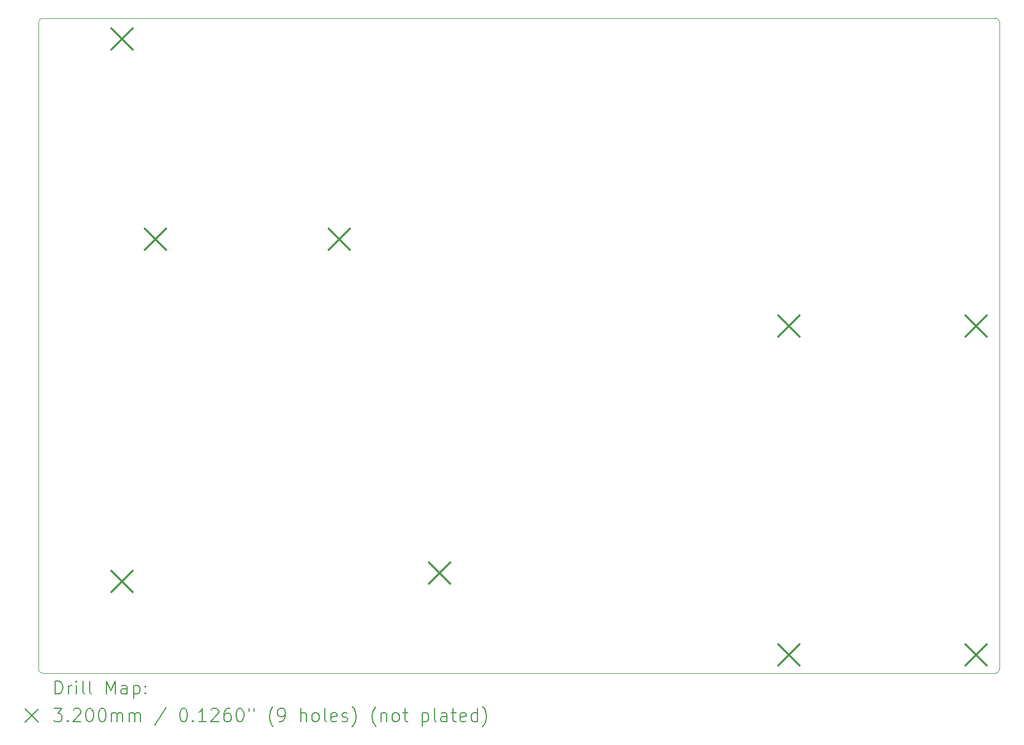
<source format=gbr>
%TF.GenerationSoftware,KiCad,Pcbnew,6.0.9-8da3e8f707~116~ubuntu20.04.1*%
%TF.CreationDate,2023-03-28T19:05:30+02:00*%
%TF.ProjectId,six_to_six_control,7369785f-746f-45f7-9369-785f636f6e74,rev?*%
%TF.SameCoordinates,Original*%
%TF.FileFunction,Drillmap*%
%TF.FilePolarity,Positive*%
%FSLAX45Y45*%
G04 Gerber Fmt 4.5, Leading zero omitted, Abs format (unit mm)*
G04 Created by KiCad (PCBNEW 6.0.9-8da3e8f707~116~ubuntu20.04.1) date 2023-03-28 19:05:30*
%MOMM*%
%LPD*%
G01*
G04 APERTURE LIST*
%ADD10C,0.100000*%
%ADD11C,0.200000*%
%ADD12C,0.320000*%
G04 APERTURE END LIST*
D10*
X7683500Y-3937000D02*
G75*
G03*
X7620000Y-4000500I0J-63500D01*
G01*
X22225000Y-4000500D02*
G75*
G03*
X22161500Y-3937000I-63500J0D01*
G01*
X22225000Y-13843000D02*
X22225000Y-4000500D01*
X7620000Y-4000500D02*
X7620000Y-13843000D01*
X7683500Y-13906500D02*
X22161500Y-13906500D01*
X22161500Y-13906500D02*
G75*
G03*
X22225000Y-13843000I0J63500D01*
G01*
X22161500Y-3937000D02*
X7683500Y-3937000D01*
X7620000Y-13843000D02*
G75*
G03*
X7683500Y-13906500I63500J0D01*
G01*
D11*
D12*
X8730000Y-4094500D02*
X9050000Y-4414500D01*
X9050000Y-4094500D02*
X8730000Y-4414500D01*
X8730000Y-12349500D02*
X9050000Y-12669500D01*
X9050000Y-12349500D02*
X8730000Y-12669500D01*
X9238000Y-7142500D02*
X9558000Y-7462500D01*
X9558000Y-7142500D02*
X9238000Y-7462500D01*
X12032000Y-7142500D02*
X12352000Y-7462500D01*
X12352000Y-7142500D02*
X12032000Y-7462500D01*
X13556000Y-12222500D02*
X13876000Y-12542500D01*
X13876000Y-12222500D02*
X13556000Y-12542500D01*
X18864600Y-8463300D02*
X19184600Y-8783300D01*
X19184600Y-8463300D02*
X18864600Y-8783300D01*
X18864600Y-13467100D02*
X19184600Y-13787100D01*
X19184600Y-13467100D02*
X18864600Y-13787100D01*
X21709400Y-8463300D02*
X22029400Y-8783300D01*
X22029400Y-8463300D02*
X21709400Y-8783300D01*
X21709400Y-13467100D02*
X22029400Y-13787100D01*
X22029400Y-13467100D02*
X21709400Y-13787100D01*
D11*
X7872619Y-14221976D02*
X7872619Y-14021976D01*
X7920238Y-14021976D01*
X7948809Y-14031500D01*
X7967857Y-14050548D01*
X7977381Y-14069595D01*
X7986905Y-14107690D01*
X7986905Y-14136262D01*
X7977381Y-14174357D01*
X7967857Y-14193405D01*
X7948809Y-14212452D01*
X7920238Y-14221976D01*
X7872619Y-14221976D01*
X8072619Y-14221976D02*
X8072619Y-14088643D01*
X8072619Y-14126738D02*
X8082143Y-14107690D01*
X8091667Y-14098167D01*
X8110714Y-14088643D01*
X8129762Y-14088643D01*
X8196428Y-14221976D02*
X8196428Y-14088643D01*
X8196428Y-14021976D02*
X8186905Y-14031500D01*
X8196428Y-14041024D01*
X8205952Y-14031500D01*
X8196428Y-14021976D01*
X8196428Y-14041024D01*
X8320238Y-14221976D02*
X8301190Y-14212452D01*
X8291667Y-14193405D01*
X8291667Y-14021976D01*
X8425000Y-14221976D02*
X8405952Y-14212452D01*
X8396429Y-14193405D01*
X8396429Y-14021976D01*
X8653571Y-14221976D02*
X8653571Y-14021976D01*
X8720238Y-14164833D01*
X8786905Y-14021976D01*
X8786905Y-14221976D01*
X8967857Y-14221976D02*
X8967857Y-14117214D01*
X8958333Y-14098167D01*
X8939286Y-14088643D01*
X8901190Y-14088643D01*
X8882143Y-14098167D01*
X8967857Y-14212452D02*
X8948810Y-14221976D01*
X8901190Y-14221976D01*
X8882143Y-14212452D01*
X8872619Y-14193405D01*
X8872619Y-14174357D01*
X8882143Y-14155309D01*
X8901190Y-14145786D01*
X8948810Y-14145786D01*
X8967857Y-14136262D01*
X9063095Y-14088643D02*
X9063095Y-14288643D01*
X9063095Y-14098167D02*
X9082143Y-14088643D01*
X9120238Y-14088643D01*
X9139286Y-14098167D01*
X9148810Y-14107690D01*
X9158333Y-14126738D01*
X9158333Y-14183881D01*
X9148810Y-14202928D01*
X9139286Y-14212452D01*
X9120238Y-14221976D01*
X9082143Y-14221976D01*
X9063095Y-14212452D01*
X9244048Y-14202928D02*
X9253571Y-14212452D01*
X9244048Y-14221976D01*
X9234524Y-14212452D01*
X9244048Y-14202928D01*
X9244048Y-14221976D01*
X9244048Y-14098167D02*
X9253571Y-14107690D01*
X9244048Y-14117214D01*
X9234524Y-14107690D01*
X9244048Y-14098167D01*
X9244048Y-14117214D01*
X7415000Y-14451500D02*
X7615000Y-14651500D01*
X7615000Y-14451500D02*
X7415000Y-14651500D01*
X7853571Y-14441976D02*
X7977381Y-14441976D01*
X7910714Y-14518167D01*
X7939286Y-14518167D01*
X7958333Y-14527690D01*
X7967857Y-14537214D01*
X7977381Y-14556262D01*
X7977381Y-14603881D01*
X7967857Y-14622928D01*
X7958333Y-14632452D01*
X7939286Y-14641976D01*
X7882143Y-14641976D01*
X7863095Y-14632452D01*
X7853571Y-14622928D01*
X8063095Y-14622928D02*
X8072619Y-14632452D01*
X8063095Y-14641976D01*
X8053571Y-14632452D01*
X8063095Y-14622928D01*
X8063095Y-14641976D01*
X8148809Y-14461024D02*
X8158333Y-14451500D01*
X8177381Y-14441976D01*
X8225000Y-14441976D01*
X8244048Y-14451500D01*
X8253571Y-14461024D01*
X8263095Y-14480071D01*
X8263095Y-14499119D01*
X8253571Y-14527690D01*
X8139286Y-14641976D01*
X8263095Y-14641976D01*
X8386905Y-14441976D02*
X8405952Y-14441976D01*
X8425000Y-14451500D01*
X8434524Y-14461024D01*
X8444048Y-14480071D01*
X8453571Y-14518167D01*
X8453571Y-14565786D01*
X8444048Y-14603881D01*
X8434524Y-14622928D01*
X8425000Y-14632452D01*
X8405952Y-14641976D01*
X8386905Y-14641976D01*
X8367857Y-14632452D01*
X8358333Y-14622928D01*
X8348809Y-14603881D01*
X8339286Y-14565786D01*
X8339286Y-14518167D01*
X8348809Y-14480071D01*
X8358333Y-14461024D01*
X8367857Y-14451500D01*
X8386905Y-14441976D01*
X8577381Y-14441976D02*
X8596429Y-14441976D01*
X8615476Y-14451500D01*
X8625000Y-14461024D01*
X8634524Y-14480071D01*
X8644048Y-14518167D01*
X8644048Y-14565786D01*
X8634524Y-14603881D01*
X8625000Y-14622928D01*
X8615476Y-14632452D01*
X8596429Y-14641976D01*
X8577381Y-14641976D01*
X8558333Y-14632452D01*
X8548810Y-14622928D01*
X8539286Y-14603881D01*
X8529762Y-14565786D01*
X8529762Y-14518167D01*
X8539286Y-14480071D01*
X8548810Y-14461024D01*
X8558333Y-14451500D01*
X8577381Y-14441976D01*
X8729762Y-14641976D02*
X8729762Y-14508643D01*
X8729762Y-14527690D02*
X8739286Y-14518167D01*
X8758333Y-14508643D01*
X8786905Y-14508643D01*
X8805952Y-14518167D01*
X8815476Y-14537214D01*
X8815476Y-14641976D01*
X8815476Y-14537214D02*
X8825000Y-14518167D01*
X8844048Y-14508643D01*
X8872619Y-14508643D01*
X8891667Y-14518167D01*
X8901190Y-14537214D01*
X8901190Y-14641976D01*
X8996429Y-14641976D02*
X8996429Y-14508643D01*
X8996429Y-14527690D02*
X9005952Y-14518167D01*
X9025000Y-14508643D01*
X9053571Y-14508643D01*
X9072619Y-14518167D01*
X9082143Y-14537214D01*
X9082143Y-14641976D01*
X9082143Y-14537214D02*
X9091667Y-14518167D01*
X9110714Y-14508643D01*
X9139286Y-14508643D01*
X9158333Y-14518167D01*
X9167857Y-14537214D01*
X9167857Y-14641976D01*
X9558333Y-14432452D02*
X9386905Y-14689595D01*
X9815476Y-14441976D02*
X9834524Y-14441976D01*
X9853571Y-14451500D01*
X9863095Y-14461024D01*
X9872619Y-14480071D01*
X9882143Y-14518167D01*
X9882143Y-14565786D01*
X9872619Y-14603881D01*
X9863095Y-14622928D01*
X9853571Y-14632452D01*
X9834524Y-14641976D01*
X9815476Y-14641976D01*
X9796429Y-14632452D01*
X9786905Y-14622928D01*
X9777381Y-14603881D01*
X9767857Y-14565786D01*
X9767857Y-14518167D01*
X9777381Y-14480071D01*
X9786905Y-14461024D01*
X9796429Y-14451500D01*
X9815476Y-14441976D01*
X9967857Y-14622928D02*
X9977381Y-14632452D01*
X9967857Y-14641976D01*
X9958333Y-14632452D01*
X9967857Y-14622928D01*
X9967857Y-14641976D01*
X10167857Y-14641976D02*
X10053571Y-14641976D01*
X10110714Y-14641976D02*
X10110714Y-14441976D01*
X10091667Y-14470548D01*
X10072619Y-14489595D01*
X10053571Y-14499119D01*
X10244048Y-14461024D02*
X10253571Y-14451500D01*
X10272619Y-14441976D01*
X10320238Y-14441976D01*
X10339286Y-14451500D01*
X10348810Y-14461024D01*
X10358333Y-14480071D01*
X10358333Y-14499119D01*
X10348810Y-14527690D01*
X10234524Y-14641976D01*
X10358333Y-14641976D01*
X10529762Y-14441976D02*
X10491667Y-14441976D01*
X10472619Y-14451500D01*
X10463095Y-14461024D01*
X10444048Y-14489595D01*
X10434524Y-14527690D01*
X10434524Y-14603881D01*
X10444048Y-14622928D01*
X10453571Y-14632452D01*
X10472619Y-14641976D01*
X10510714Y-14641976D01*
X10529762Y-14632452D01*
X10539286Y-14622928D01*
X10548810Y-14603881D01*
X10548810Y-14556262D01*
X10539286Y-14537214D01*
X10529762Y-14527690D01*
X10510714Y-14518167D01*
X10472619Y-14518167D01*
X10453571Y-14527690D01*
X10444048Y-14537214D01*
X10434524Y-14556262D01*
X10672619Y-14441976D02*
X10691667Y-14441976D01*
X10710714Y-14451500D01*
X10720238Y-14461024D01*
X10729762Y-14480071D01*
X10739286Y-14518167D01*
X10739286Y-14565786D01*
X10729762Y-14603881D01*
X10720238Y-14622928D01*
X10710714Y-14632452D01*
X10691667Y-14641976D01*
X10672619Y-14641976D01*
X10653571Y-14632452D01*
X10644048Y-14622928D01*
X10634524Y-14603881D01*
X10625000Y-14565786D01*
X10625000Y-14518167D01*
X10634524Y-14480071D01*
X10644048Y-14461024D01*
X10653571Y-14451500D01*
X10672619Y-14441976D01*
X10815476Y-14441976D02*
X10815476Y-14480071D01*
X10891667Y-14441976D02*
X10891667Y-14480071D01*
X11186905Y-14718167D02*
X11177381Y-14708643D01*
X11158333Y-14680071D01*
X11148810Y-14661024D01*
X11139286Y-14632452D01*
X11129762Y-14584833D01*
X11129762Y-14546738D01*
X11139286Y-14499119D01*
X11148810Y-14470548D01*
X11158333Y-14451500D01*
X11177381Y-14422928D01*
X11186905Y-14413405D01*
X11272619Y-14641976D02*
X11310714Y-14641976D01*
X11329762Y-14632452D01*
X11339286Y-14622928D01*
X11358333Y-14594357D01*
X11367857Y-14556262D01*
X11367857Y-14480071D01*
X11358333Y-14461024D01*
X11348809Y-14451500D01*
X11329762Y-14441976D01*
X11291667Y-14441976D01*
X11272619Y-14451500D01*
X11263095Y-14461024D01*
X11253571Y-14480071D01*
X11253571Y-14527690D01*
X11263095Y-14546738D01*
X11272619Y-14556262D01*
X11291667Y-14565786D01*
X11329762Y-14565786D01*
X11348809Y-14556262D01*
X11358333Y-14546738D01*
X11367857Y-14527690D01*
X11605952Y-14641976D02*
X11605952Y-14441976D01*
X11691667Y-14641976D02*
X11691667Y-14537214D01*
X11682143Y-14518167D01*
X11663095Y-14508643D01*
X11634524Y-14508643D01*
X11615476Y-14518167D01*
X11605952Y-14527690D01*
X11815476Y-14641976D02*
X11796428Y-14632452D01*
X11786905Y-14622928D01*
X11777381Y-14603881D01*
X11777381Y-14546738D01*
X11786905Y-14527690D01*
X11796428Y-14518167D01*
X11815476Y-14508643D01*
X11844048Y-14508643D01*
X11863095Y-14518167D01*
X11872619Y-14527690D01*
X11882143Y-14546738D01*
X11882143Y-14603881D01*
X11872619Y-14622928D01*
X11863095Y-14632452D01*
X11844048Y-14641976D01*
X11815476Y-14641976D01*
X11996428Y-14641976D02*
X11977381Y-14632452D01*
X11967857Y-14613405D01*
X11967857Y-14441976D01*
X12148809Y-14632452D02*
X12129762Y-14641976D01*
X12091667Y-14641976D01*
X12072619Y-14632452D01*
X12063095Y-14613405D01*
X12063095Y-14537214D01*
X12072619Y-14518167D01*
X12091667Y-14508643D01*
X12129762Y-14508643D01*
X12148809Y-14518167D01*
X12158333Y-14537214D01*
X12158333Y-14556262D01*
X12063095Y-14575309D01*
X12234524Y-14632452D02*
X12253571Y-14641976D01*
X12291667Y-14641976D01*
X12310714Y-14632452D01*
X12320238Y-14613405D01*
X12320238Y-14603881D01*
X12310714Y-14584833D01*
X12291667Y-14575309D01*
X12263095Y-14575309D01*
X12244048Y-14565786D01*
X12234524Y-14546738D01*
X12234524Y-14537214D01*
X12244048Y-14518167D01*
X12263095Y-14508643D01*
X12291667Y-14508643D01*
X12310714Y-14518167D01*
X12386905Y-14718167D02*
X12396428Y-14708643D01*
X12415476Y-14680071D01*
X12425000Y-14661024D01*
X12434524Y-14632452D01*
X12444048Y-14584833D01*
X12444048Y-14546738D01*
X12434524Y-14499119D01*
X12425000Y-14470548D01*
X12415476Y-14451500D01*
X12396428Y-14422928D01*
X12386905Y-14413405D01*
X12748809Y-14718167D02*
X12739286Y-14708643D01*
X12720238Y-14680071D01*
X12710714Y-14661024D01*
X12701190Y-14632452D01*
X12691667Y-14584833D01*
X12691667Y-14546738D01*
X12701190Y-14499119D01*
X12710714Y-14470548D01*
X12720238Y-14451500D01*
X12739286Y-14422928D01*
X12748809Y-14413405D01*
X12825000Y-14508643D02*
X12825000Y-14641976D01*
X12825000Y-14527690D02*
X12834524Y-14518167D01*
X12853571Y-14508643D01*
X12882143Y-14508643D01*
X12901190Y-14518167D01*
X12910714Y-14537214D01*
X12910714Y-14641976D01*
X13034524Y-14641976D02*
X13015476Y-14632452D01*
X13005952Y-14622928D01*
X12996428Y-14603881D01*
X12996428Y-14546738D01*
X13005952Y-14527690D01*
X13015476Y-14518167D01*
X13034524Y-14508643D01*
X13063095Y-14508643D01*
X13082143Y-14518167D01*
X13091667Y-14527690D01*
X13101190Y-14546738D01*
X13101190Y-14603881D01*
X13091667Y-14622928D01*
X13082143Y-14632452D01*
X13063095Y-14641976D01*
X13034524Y-14641976D01*
X13158333Y-14508643D02*
X13234524Y-14508643D01*
X13186905Y-14441976D02*
X13186905Y-14613405D01*
X13196428Y-14632452D01*
X13215476Y-14641976D01*
X13234524Y-14641976D01*
X13453571Y-14508643D02*
X13453571Y-14708643D01*
X13453571Y-14518167D02*
X13472619Y-14508643D01*
X13510714Y-14508643D01*
X13529762Y-14518167D01*
X13539286Y-14527690D01*
X13548809Y-14546738D01*
X13548809Y-14603881D01*
X13539286Y-14622928D01*
X13529762Y-14632452D01*
X13510714Y-14641976D01*
X13472619Y-14641976D01*
X13453571Y-14632452D01*
X13663095Y-14641976D02*
X13644048Y-14632452D01*
X13634524Y-14613405D01*
X13634524Y-14441976D01*
X13825000Y-14641976D02*
X13825000Y-14537214D01*
X13815476Y-14518167D01*
X13796428Y-14508643D01*
X13758333Y-14508643D01*
X13739286Y-14518167D01*
X13825000Y-14632452D02*
X13805952Y-14641976D01*
X13758333Y-14641976D01*
X13739286Y-14632452D01*
X13729762Y-14613405D01*
X13729762Y-14594357D01*
X13739286Y-14575309D01*
X13758333Y-14565786D01*
X13805952Y-14565786D01*
X13825000Y-14556262D01*
X13891667Y-14508643D02*
X13967857Y-14508643D01*
X13920238Y-14441976D02*
X13920238Y-14613405D01*
X13929762Y-14632452D01*
X13948809Y-14641976D01*
X13967857Y-14641976D01*
X14110714Y-14632452D02*
X14091667Y-14641976D01*
X14053571Y-14641976D01*
X14034524Y-14632452D01*
X14025000Y-14613405D01*
X14025000Y-14537214D01*
X14034524Y-14518167D01*
X14053571Y-14508643D01*
X14091667Y-14508643D01*
X14110714Y-14518167D01*
X14120238Y-14537214D01*
X14120238Y-14556262D01*
X14025000Y-14575309D01*
X14291667Y-14641976D02*
X14291667Y-14441976D01*
X14291667Y-14632452D02*
X14272619Y-14641976D01*
X14234524Y-14641976D01*
X14215476Y-14632452D01*
X14205952Y-14622928D01*
X14196428Y-14603881D01*
X14196428Y-14546738D01*
X14205952Y-14527690D01*
X14215476Y-14518167D01*
X14234524Y-14508643D01*
X14272619Y-14508643D01*
X14291667Y-14518167D01*
X14367857Y-14718167D02*
X14377381Y-14708643D01*
X14396428Y-14680071D01*
X14405952Y-14661024D01*
X14415476Y-14632452D01*
X14425000Y-14584833D01*
X14425000Y-14546738D01*
X14415476Y-14499119D01*
X14405952Y-14470548D01*
X14396428Y-14451500D01*
X14377381Y-14422928D01*
X14367857Y-14413405D01*
M02*

</source>
